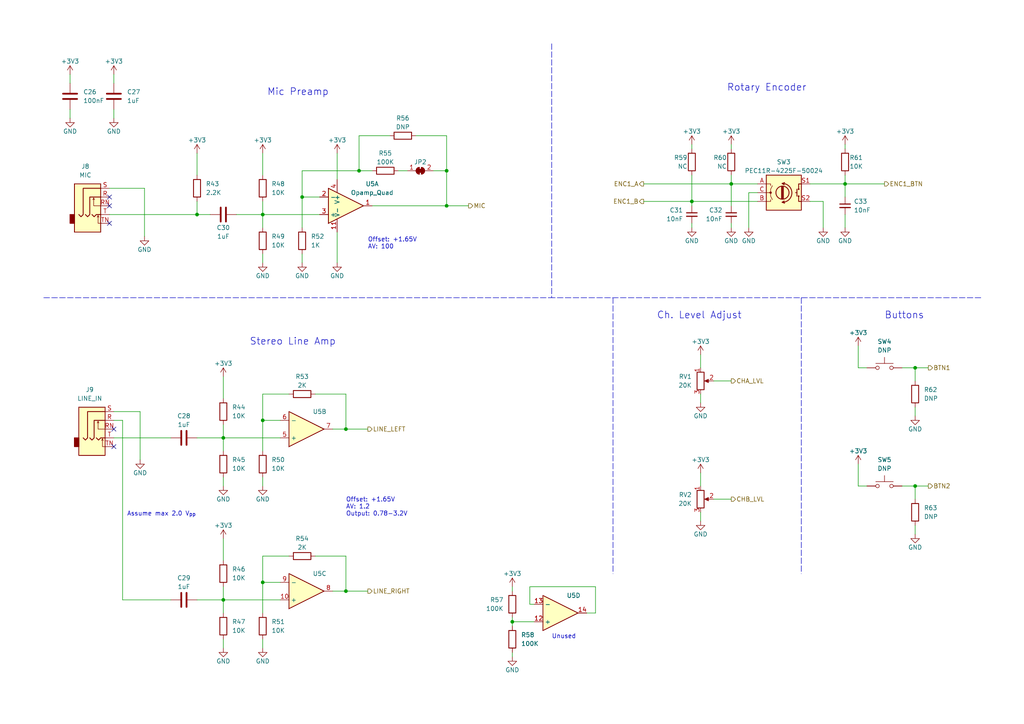
<source format=kicad_sch>
(kicad_sch (version 20211123) (generator eeschema)
  (paper "A4")
  (title_block (title "SW-3221: Front Panel Input") (date "2022-01-31") (rev "1"))
  (lib_symbols
    (symbol "Connector:AudioJack3_SwitchTR"
      (property "Reference" "J" (at 0 8.89 0))
      (property "Value" "AudioJack3_SwitchTR" (at 0 6.35 0))
      (symbol "AudioJack3_SwitchTR_0_1"
        (rectangle (start -5.08 -5.08) (end -6.35 -7.62) (stroke (width 0.254)) (fill (type outline)))
        (polyline (pts (xy 0.508 -0.254) (xy 0.762 -0.762)))
        (polyline (pts (xy 1.778 -5.334) (xy 2.032 -5.842)))
        (polyline (pts (xy 0 -5.08) (xy 0.635 -5.715) (xy 1.27 -5.08) (xy 2.54 -5.08)) (stroke (width 0.254)))
        (polyline (pts (xy 2.54 -7.62) (xy 1.778 -7.62) (xy 1.778 -5.334) (xy 1.524 -5.842)))
        (polyline (pts (xy 2.54 -2.54) (xy 0.508 -2.54) (xy 0.508 -0.254) (xy 0.254 -0.762)))
        (polyline (pts (xy -1.905 -5.08) (xy -1.27 -5.715) (xy -0.635 -5.08) (xy -0.635 0) (xy 2.54 0)) (stroke (width 0.254)))
        (polyline (pts (xy 2.54 2.54) (xy -2.54 2.54) (xy -2.54 -5.08) (xy -3.175 -5.715) (xy -3.81 -5.08)) (stroke (width 0.254)))
        (rectangle (start 2.54 3.81) (end -5.08 -10.16) (stroke (width 0.254)) (fill (type background)))
      )
      (symbol "AudioJack3_SwitchTR_1_1"
        (pin passive line (at 5.08 0 180) (length 2.54) (name "~") (number "R"))
        (pin passive line (at 5.08 -2.54 180) (length 2.54) (name "~") (number "RN"))
        (pin passive line (at 5.08 2.54 180) (length 2.54) (name "~") (number "S"))
        (pin passive line (at 5.08 -5.08 180) (length 2.54) (name "~") (number "T"))
        (pin passive line (at 5.08 -7.62 180) (length 2.54) (name "~") (number "TN"))
      )
    )
    (symbol "Device:C" (pin_numbers hide) (pin_names (offset 0.254))
      (property "Reference" "C" (at 0.635 2.54 0))
      (property "Value" "C" (at 0.635 -2.54 0))
      (symbol "C_0_1"
        (polyline (pts (xy -2.032 -0.762) (xy 2.032 -0.762)) (stroke (width 0.508)))
        (polyline (pts (xy -2.032 0.762) (xy 2.032 0.762)) (stroke (width 0.508)))
      )
      (symbol "C_1_1"
        (pin passive line (at 0 3.81 270) (length 2.794) (name "~") (number "1"))
        (pin passive line (at 0 -3.81 90) (length 2.794) (name "~") (number "2"))
      )
    )
    (symbol "Device:C_Small" (pin_numbers hide) (pin_names (offset 0.254) hide)
      (property "Reference" "C" (at 0.254 1.778 0))
      (property "Value" "C_Small" (at 0.254 -2.032 0))
      (symbol "C_Small_0_1"
        (polyline (pts (xy -1.524 -0.508) (xy 1.524 -0.508)) (stroke (width 0.3302)))
        (polyline (pts (xy -1.524 0.508) (xy 1.524 0.508)) (stroke (width 0.3048)))
      )
      (symbol "C_Small_1_1"
        (pin passive line (at 0 2.54 270) (length 2.032) (name "~") (number "1"))
        (pin passive line (at 0 -2.54 90) (length 2.032) (name "~") (number "2"))
      )
    )
    (symbol "Device:Opamp_Quad"
      (property "Reference" "U" (at 0 5.08 0))
      (property "Value" "Opamp_Quad" (at 0 -5.08 0))
      (symbol "Opamp_Quad_1_1"
        (polyline (pts (xy -5.08 5.08) (xy 5.08 0) (xy -5.08 -5.08) (xy -5.08 5.08)) (stroke (width 0.254)) (fill (type background)))
        (pin output line (at 7.62 0 180) (length 2.54) (name "~") (number "1"))
        (pin input line (at -7.62 -2.54 0) (length 2.54) (name "-") (number "2"))
        (pin input line (at -7.62 2.54 0) (length 2.54) (name "+") (number "3"))
      )
      (symbol "Opamp_Quad_2_1"
        (polyline (pts (xy -5.08 5.08) (xy 5.08 0) (xy -5.08 -5.08) (xy -5.08 5.08)) (stroke (width 0.254)) (fill (type background)))
        (pin input line (at -7.62 2.54 0) (length 2.54) (name "+") (number "5"))
        (pin input line (at -7.62 -2.54 0) (length 2.54) (name "-") (number "6"))
        (pin output line (at 7.62 0 180) (length 2.54) (name "~") (number "7"))
      )
      (symbol "Opamp_Quad_3_1"
        (polyline (pts (xy -5.08 5.08) (xy 5.08 0) (xy -5.08 -5.08) (xy -5.08 5.08)) (stroke (width 0.254)) (fill (type background)))
        (pin input line (at -7.62 2.54 0) (length 2.54) (name "+") (number "10"))
        (pin output line (at 7.62 0 180) (length 2.54) (name "~") (number "8"))
        (pin input line (at -7.62 -2.54 0) (length 2.54) (name "-") (number "9"))
      )
      (symbol "Opamp_Quad_4_1"
        (polyline (pts (xy -5.08 5.08) (xy 5.08 0) (xy -5.08 -5.08) (xy -5.08 5.08)) (stroke (width 0.254)) (fill (type background)))
        (pin input line (at -7.62 2.54 0) (length 2.54) (name "+") (number "12"))
        (pin input line (at -7.62 -2.54 0) (length 2.54) (name "-") (number "13"))
        (pin output line (at 7.62 0 180) (length 2.54) (name "~") (number "14"))
      )
      (symbol "Opamp_Quad_5_1"
        (pin power_in line (at -2.54 -7.62 90) (length 3.81) (name "V-") (number "11"))
        (pin power_in line (at -2.54 7.62 270) (length 3.81) (name "V+") (number "4"))
      )
    )
    (symbol "Device:R" (pin_numbers hide) (pin_names (offset 0))
      (property "Reference" "R" (at 2.032 0 90))
      (property "Value" "R" (at 0 0 90))
      (symbol "R_0_1"
        (rectangle (start -1.016 -2.54) (end 1.016 2.54) (stroke (width 0.254)))
      )
      (symbol "R_1_1"
        (pin passive line (at 0 3.81 270) (length 1.27) (name "~") (number "1"))
        (pin passive line (at 0 -3.81 90) (length 1.27) (name "~") (number "2"))
      )
    )
    (symbol "Device:R_Potentiometer" (pin_names (offset 1.016) hide)
      (property "Reference" "RV" (at -4.445 0 90))
      (property "Value" "R_Potentiometer" (at -2.54 0 90))
      (symbol "R_Potentiometer_0_1"
        (polyline (pts (xy 2.54 0) (xy 1.524 0)))
        (polyline (pts (xy 1.143 0) (xy 2.286 0.508) (xy 2.286 -0.508) (xy 1.143 0)) (fill (type outline)))
        (rectangle (start 1.016 2.54) (end -1.016 -2.54) (stroke (width 0.254)))
      )
      (symbol "R_Potentiometer_1_1"
        (pin passive line (at 0 3.81 270) (length 1.27) (name "1") (number "1"))
        (pin passive line (at 3.81 0 180) (length 1.27) (name "2") (number "2"))
        (pin passive line (at 0 -3.81 90) (length 1.27) (name "3") (number "3"))
      )
    )
    (symbol "Device:RotaryEncoder_Switch" (pin_names (offset 0.254) hide)
      (property "Reference" "SW" (at 0 6.604 0))
      (property "Value" "RotaryEncoder_Switch" (at 0 -6.604 0))
      (symbol "RotaryEncoder_Switch_0_1"
        (rectangle (start -5.08 5.08) (end 5.08 -5.08) (stroke (width 0.254)) (fill (type background)))
        (circle (center -3.81 0) (radius 0.254) (fill (type outline)))
        (arc (start -0.381 -2.794) (mid 2.3622 -0.0635) (end -0.381 2.667) (stroke (width 0.254)))
        (circle (center -0.381 0) (radius 1.905) (stroke (width 0.254)))
        (polyline (pts (xy -0.635 -1.778) (xy -0.635 1.778)) (stroke (width 0.254)))
        (polyline (pts (xy -0.381 -1.778) (xy -0.381 1.778)) (stroke (width 0.254)))
        (polyline (pts (xy -0.127 1.778) (xy -0.127 -1.778)) (stroke (width 0.254)))
        (polyline (pts (xy 3.81 0) (xy 3.429 0)) (stroke (width 0.254)))
        (polyline (pts (xy 3.81 1.016) (xy 3.81 -1.016)) (stroke (width 0.254)))
        (polyline (pts (xy -5.08 -2.54) (xy -3.81 -2.54) (xy -3.81 -2.032)))
        (polyline (pts (xy -5.08 2.54) (xy -3.81 2.54) (xy -3.81 2.032)))
        (polyline (pts (xy 0.254 -3.048) (xy -0.508 -2.794) (xy 0.127 -2.413)) (stroke (width 0.254)))
        (polyline (pts (xy 0.254 2.921) (xy -0.508 2.667) (xy 0.127 2.286)) (stroke (width 0.254)))
        (polyline (pts (xy 5.08 -2.54) (xy 4.318 -2.54) (xy 4.318 -1.016)) (stroke (width 0.254)))
        (polyline (pts (xy 5.08 2.54) (xy 4.318 2.54) (xy 4.318 1.016)) (stroke (width 0.254)))
        (polyline (pts (xy -5.08 0) (xy -3.81 0) (xy -3.81 -1.016) (xy -3.302 -2.032)))
        (polyline (pts (xy -4.318 0) (xy -3.81 0) (xy -3.81 1.016) (xy -3.302 2.032)))
        (circle (center 4.318 -1.016) (radius 0.127) (stroke (width 0.254)))
        (circle (center 4.318 1.016) (radius 0.127) (stroke (width 0.254)))
      )
      (symbol "RotaryEncoder_Switch_1_1"
        (pin passive line (at -7.62 2.54 0) (length 2.54) (name "A") (number "A"))
        (pin passive line (at -7.62 -2.54 0) (length 2.54) (name "B") (number "B"))
        (pin passive line (at -7.62 0 0) (length 2.54) (name "C") (number "C"))
        (pin passive line (at 7.62 2.54 180) (length 2.54) (name "S1") (number "S1"))
        (pin passive line (at 7.62 -2.54 180) (length 2.54) (name "S2") (number "S2"))
      )
    )
    (symbol "Jumper:SolderJumper_2_Bridged" (pin_names (offset 0) hide)
      (property "Reference" "JP" (at 0 2.032 0))
      (property "Value" "SolderJumper_2_Bridged" (at 0 -2.54 0))
      (symbol "SolderJumper_2_Bridged_0_1"
        (rectangle (start -0.508 0.508) (end 0.508 -0.508) (fill (type outline)))
        (arc (start -0.254 1.016) (mid -1.27 0) (end -0.254 -1.016))
        (arc (start -0.254 1.016) (mid -1.27 0) (end -0.254 -1.016) (fill (type outline)))
        (polyline (pts (xy -0.254 1.016) (xy -0.254 -1.016)))
        (polyline (pts (xy 0.254 1.016) (xy 0.254 -1.016)))
        (arc (start 0.254 -1.016) (mid 1.27 0) (end 0.254 1.016))
        (arc (start 0.254 -1.016) (mid 1.27 0) (end 0.254 1.016) (fill (type outline)))
      )
      (symbol "SolderJumper_2_Bridged_1_1"
        (pin passive line (at -3.81 0 0) (length 2.54) (name "A") (number "1"))
        (pin passive line (at 3.81 0 180) (length 2.54) (name "B") (number "2"))
      )
    )
    (symbol "Switch:SW_Push" (pin_numbers hide) (pin_names (offset 1.016) hide)
      (property "Reference" "SW" (at 1.27 2.54 0))
      (property "Value" "SW_Push" (at 0 -1.524 0))
      (symbol "SW_Push_0_1"
        (circle (center -2.032 0) (radius 0.508))
        (polyline (pts (xy 0 1.27) (xy 0 3.048)))
        (polyline (pts (xy 2.54 1.27) (xy -2.54 1.27)))
        (circle (center 2.032 0) (radius 0.508))
        (pin passive line (at -5.08 0 0) (length 2.54) (name "1") (number "1"))
        (pin passive line (at 5.08 0 180) (length 2.54) (name "2") (number "2"))
      )
    )
    (symbol "power:+3.3V" (power) (pin_names (offset 0))
      (property "Value" "+3.3V" (at 0 3.556 0))
      (symbol "+3.3V_0_1"
        (polyline (pts (xy -0.762 1.27) (xy 0 2.54)))
        (polyline (pts (xy 0 0) (xy 0 2.54)))
        (polyline (pts (xy 0 2.54) (xy 0.762 1.27)))
      )
      (symbol "+3.3V_1_1"
        (pin power_in line (at 0 0 90) (length 0) hide (name "+3V3") (number "1"))
      )
    )
    (symbol "power:GND" (power) (pin_names (offset 0))
      (property "Value" "GND" (at 0 -3.81 0))
      (symbol "GND_0_1"
        (polyline (pts (xy 0 0) (xy 0 -1.27) (xy 1.27 -1.27) (xy 0 -2.54) (xy -1.27 -1.27) (xy 0 -1.27)))
      )
      (symbol "GND_1_1"
        (pin power_in line (at 0 0 270) (length 0) hide (name "GND") (number "1"))
      )
    )
  )
  (junction (at 129.54 49.53))
  (junction (at 64.77 173.99))
  (junction (at 265.43 106.68))
  (junction (at 148.59 180.34))
  (junction (at 64.77 127))
  (junction (at 265.43 140.97))
  (junction (at 87.63 57.15))
  (junction (at 100.33 171.45))
  (junction (at 76.2 121.92))
  (junction (at 57.15 62.23))
  (junction (at 245.11 53.34))
  (junction (at 129.54 59.69))
  (junction (at 200.66 58.42))
  (junction (at 104.14 49.53))
  (junction (at 212.09 53.34))
  (junction (at 76.2 62.23))
  (junction (at 76.2 168.91))
  (junction (at 100.33 124.46))
  (no_connect (at 33.02 124.46))
  (no_connect (at 31.75 64.77))
  (no_connect (at 31.75 57.15))
  (no_connect (at 31.75 59.69))
  (no_connect (at 33.02 129.54))
  (wire (pts (xy 248.92 140.97) (xy 251.46 140.97)))
  (wire (pts (xy 76.2 168.91) (xy 81.28 168.91)))
  (wire (pts (xy 154.94 175.26) (xy 153.67 175.26)))
  (wire (pts (xy 203.2 148.59) (xy 203.2 151.13)))
  (wire (pts (xy 64.77 173.99) (xy 64.77 177.8)))
  (wire (pts (xy 207.01 144.78) (xy 212.09 144.78)))
  (polyline (pts (xy 284.48 86.36) (xy 160.02 86.36)))
  (wire (pts (xy 153.67 170.18) (xy 172.72 170.18)))
  (wire (pts (xy 265.43 106.68) (xy 265.43 110.49)))
  (wire (pts (xy 64.77 138.43) (xy 64.77 140.97)))
  (wire (pts (xy 148.59 180.34) (xy 148.59 181.61)))
  (wire (pts (xy 76.2 185.42) (xy 76.2 187.96)))
  (wire (pts (xy 265.43 118.11) (xy 265.43 120.65)))
  (wire (pts (xy 100.33 114.3) (xy 100.33 124.46)))
  (wire (pts (xy 203.2 137.16) (xy 203.2 140.97)))
  (wire (pts (xy 57.15 62.23) (xy 60.96 62.23)))
  (wire (pts (xy 248.92 100.33) (xy 248.92 106.68)))
  (wire (pts (xy 261.62 140.97) (xy 265.43 140.97)))
  (wire (pts (xy 33.02 127) (xy 49.53 127)))
  (wire (pts (xy 265.43 140.97) (xy 269.24 140.97)))
  (wire (pts (xy 148.59 189.23) (xy 148.59 190.5)))
  (wire (pts (xy 248.92 106.68) (xy 251.46 106.68)))
  (wire (pts (xy 91.44 114.3) (xy 100.33 114.3)))
  (wire (pts (xy 200.66 41.91) (xy 200.66 43.18)))
  (wire (pts (xy 100.33 161.29) (xy 100.33 171.45)))
  (wire (pts (xy 97.79 67.31) (xy 97.79 76.2)))
  (wire (pts (xy 87.63 49.53) (xy 87.63 57.15)))
  (wire (pts (xy 57.15 127) (xy 64.77 127)))
  (wire (pts (xy 57.15 58.42) (xy 57.15 62.23)))
  (wire (pts (xy 68.58 62.23) (xy 76.2 62.23)))
  (wire (pts (xy 33.02 21.59) (xy 33.02 24.13)))
  (wire (pts (xy 245.11 41.91) (xy 245.11 43.18)))
  (wire (pts (xy 96.52 124.46) (xy 100.33 124.46)))
  (wire (pts (xy 87.63 73.66) (xy 87.63 76.2)))
  (wire (pts (xy 96.52 171.45) (xy 100.33 171.45)))
  (wire (pts (xy 148.59 179.07) (xy 148.59 180.34)))
  (wire (pts (xy 76.2 161.29) (xy 83.82 161.29)))
  (wire (pts (xy 245.11 57.15) (xy 245.11 53.34)))
  (wire (pts (xy 20.32 31.75) (xy 20.32 34.29)))
  (wire (pts (xy 64.77 173.99) (xy 81.28 173.99)))
  (wire (pts (xy 64.77 170.18) (xy 64.77 173.99)))
  (wire (pts (xy 76.2 62.23) (xy 92.71 62.23)))
  (wire (pts (xy 64.77 109.22) (xy 64.77 115.57)))
  (wire (pts (xy 76.2 114.3) (xy 83.82 114.3)))
  (wire (pts (xy 87.63 49.53) (xy 104.14 49.53)))
  (wire (pts (xy 76.2 161.29) (xy 76.2 168.91)))
  (wire (pts (xy 20.32 21.59) (xy 20.32 24.13)))
  (wire (pts (xy 200.66 50.8) (xy 200.66 58.42)))
  (wire (pts (xy 238.76 66.04) (xy 238.76 58.42)))
  (wire (pts (xy 35.56 121.92) (xy 35.56 173.99)))
  (wire (pts (xy 76.2 121.92) (xy 76.2 130.81)))
  (wire (pts (xy 219.71 55.88) (xy 217.17 55.88)))
  (wire (pts (xy 172.72 170.18) (xy 172.72 177.8)))
  (wire (pts (xy 100.33 171.45) (xy 106.68 171.45)))
  (wire (pts (xy 148.59 170.18) (xy 148.59 171.45)))
  (polyline (pts (xy 177.8 86.36) (xy 177.8 166.37)))
  (polyline (pts (xy 12.7 86.36) (xy 160.02 86.36)))
  (polyline (pts (xy 232.41 86.36) (xy 232.41 166.37)))
  (wire (pts (xy 265.43 140.97) (xy 265.43 144.78)))
  (wire (pts (xy 76.2 62.23) (xy 76.2 66.04)))
  (wire (pts (xy 104.14 39.37) (xy 113.03 39.37)))
  (wire (pts (xy 87.63 57.15) (xy 92.71 57.15)))
  (wire (pts (xy 33.02 31.75) (xy 33.02 34.29)))
  (wire (pts (xy 200.66 64.77) (xy 200.66 66.04)))
  (wire (pts (xy 245.11 53.34) (xy 256.54 53.34)))
  (wire (pts (xy 129.54 39.37) (xy 129.54 49.53)))
  (wire (pts (xy 76.2 114.3) (xy 76.2 121.92)))
  (wire (pts (xy 107.95 59.69) (xy 129.54 59.69)))
  (wire (pts (xy 104.14 49.53) (xy 107.95 49.53)))
  (wire (pts (xy 104.14 39.37) (xy 104.14 49.53)))
  (wire (pts (xy 207.01 110.49) (xy 212.09 110.49)))
  (wire (pts (xy 40.64 119.38) (xy 40.64 133.35)))
  (wire (pts (xy 31.75 62.23) (xy 57.15 62.23)))
  (wire (pts (xy 76.2 168.91) (xy 76.2 177.8)))
  (wire (pts (xy 200.66 58.42) (xy 219.71 58.42)))
  (wire (pts (xy 212.09 50.8) (xy 212.09 53.34)))
  (wire (pts (xy 265.43 106.68) (xy 269.24 106.68)))
  (wire (pts (xy 129.54 49.53) (xy 129.54 59.69)))
  (wire (pts (xy 248.92 134.62) (xy 248.92 140.97)))
  (wire (pts (xy 31.75 54.61) (xy 41.91 54.61)))
  (wire (pts (xy 64.77 127) (xy 64.77 130.81)))
  (wire (pts (xy 49.53 173.99) (xy 35.56 173.99)))
  (wire (pts (xy 87.63 57.15) (xy 87.63 66.04)))
  (wire (pts (xy 245.11 62.23) (xy 245.11 66.04)))
  (wire (pts (xy 76.2 138.43) (xy 76.2 140.97)))
  (wire (pts (xy 76.2 58.42) (xy 76.2 62.23)))
  (wire (pts (xy 64.77 123.19) (xy 64.77 127)))
  (wire (pts (xy 41.91 54.61) (xy 41.91 68.58)))
  (wire (pts (xy 91.44 161.29) (xy 100.33 161.29)))
  (wire (pts (xy 76.2 73.66) (xy 76.2 76.2)))
  (wire (pts (xy 172.72 177.8) (xy 170.18 177.8)))
  (wire (pts (xy 148.59 180.34) (xy 154.94 180.34)))
  (wire (pts (xy 261.62 106.68) (xy 265.43 106.68)))
  (wire (pts (xy 115.57 49.53) (xy 118.11 49.53)))
  (polyline (pts (xy 160.02 12.7) (xy 160.02 86.36)))
  (wire (pts (xy 129.54 59.69) (xy 135.89 59.69)))
  (wire (pts (xy 33.02 121.92) (xy 35.56 121.92)))
  (wire (pts (xy 153.67 175.26) (xy 153.67 170.18)))
  (wire (pts (xy 97.79 44.45) (xy 97.79 52.07)))
  (wire (pts (xy 200.66 58.42) (xy 200.66 59.69)))
  (wire (pts (xy 245.11 50.8) (xy 245.11 53.34)))
  (polyline (pts (xy 160.02 86.36) (xy 160.02 86.36)))
  (wire (pts (xy 212.09 41.91) (xy 212.09 43.18)))
  (wire (pts (xy 57.15 173.99) (xy 64.77 173.99)))
  (wire (pts (xy 64.77 156.21) (xy 64.77 162.56)))
  (wire (pts (xy 186.69 58.42) (xy 200.66 58.42)))
  (wire (pts (xy 33.02 119.38) (xy 40.64 119.38)))
  (wire (pts (xy 64.77 185.42) (xy 64.77 187.96)))
  (wire (pts (xy 57.15 44.45) (xy 57.15 50.8)))
  (wire (pts (xy 265.43 152.4) (xy 265.43 154.94)))
  (wire (pts (xy 234.95 53.34) (xy 245.11 53.34)))
  (wire (pts (xy 212.09 59.69) (xy 212.09 53.34)))
  (wire (pts (xy 125.73 49.53) (xy 129.54 49.53)))
  (wire (pts (xy 203.2 114.3) (xy 203.2 116.84)))
  (wire (pts (xy 76.2 44.45) (xy 76.2 50.8)))
  (wire (pts (xy 186.69 53.34) (xy 212.09 53.34)))
  (wire (pts (xy 212.09 53.34) (xy 219.71 53.34)))
  (wire (pts (xy 120.65 39.37) (xy 129.54 39.37)))
  (wire (pts (xy 76.2 121.92) (xy 81.28 121.92)))
  (wire (pts (xy 203.2 102.87) (xy 203.2 106.68)))
  (wire (pts (xy 100.33 124.46) (xy 106.68 124.46)))
  (wire (pts (xy 64.77 127) (xy 81.28 127)))
  (wire (pts (xy 217.17 55.88) (xy 217.17 66.04)))
  (wire (pts (xy 238.76 58.42) (xy 234.95 58.42)))
  (wire (pts (xy 212.09 64.77) (xy 212.09 66.04)))
  (text "Rotary Encoder" (at 210.82 26.67 0) (effects (font (size 2 2)) (justify left bottom)))
  (text "Unused" (at 160.02 185.42 0) (effects (font (size 1.27 1.27)) (justify left bottom)))
  (text "Ch. Level Adjust" (at 190.5 92.71 0) (effects (font (size 2 2)) (justify left bottom)))
  (text "Buttons" (at 256.54 92.71 0) (effects (font (size 2 2)) (justify left bottom)))
  (text "Offset: +1.65V\nAV: 100" (at 106.68 72.39 0) (effects (font (size 1.27 1.27)) (justify left bottom)))
  (text "Mic Preamp" (at 77.47 27.94 0) (effects (font (size 2 2)) (justify left bottom)))
  (text "Stereo Line Amp" (at 72.39 100.33 0) (effects (font (size 2 2)) (justify left bottom)))
  (text "Offset: +1.65V\nAV: 1.2\nOutput: 0.78-3.2V" (at 100.33 149.86 0) (effects (font (size 1.27 1.27)) (justify left bottom)))
  (text "Assume max 2.0 V_{pp}" (at 36.83 149.86 0) (effects (font (size 1.27 1.27)) (justify left bottom)))
  (hierarchical_label "CHB_LVL" (shape output) (at 212.09 144.78 0))
  (hierarchical_label "BTN2" (shape output) (at 269.24 140.97 0))
  (hierarchical_label "LINE_RIGHT" (shape output) (at 106.68 171.45 0))
  (hierarchical_label "ENC1_B" (shape output) (at 186.69 58.42 180))
  (hierarchical_label "LINE_LEFT" (shape output) (at 106.68 124.46 0))
  (hierarchical_label "BTN1" (shape output) (at 269.24 106.68 0))
  (hierarchical_label "CHA_LVL" (shape output) (at 212.09 110.49 0))
  (hierarchical_label "ENC1_A" (shape output) (at 186.69 53.34 180))
  (hierarchical_label "MIC" (shape output) (at 135.89 59.69 0))
  (hierarchical_label "ENC1_BTN" (shape output) (at 256.54 53.34 0))
  (symbol (lib_id "Device:R_Potentiometer") (at 203.2 144.78 0) (unit 1)
    (property "Reference" "RV2" (at 200.66 143.5099 0) (effects (justify right)))
    (property "Value" "20K" (at 200.66 146.0499 0) (effects (justify right)))
  )
  (symbol (lib_id "Connector:AudioJack3_SwitchTR") (at 26.67 57.15 0) (unit 1)
    (property "Reference" "J8" (at 24.765 48.26 0))
    (property "Value" "MIC" (at 24.765 50.8 0))
    (property "Footprint" "SW:STX-3100-5N" (effects hide))
  )
  (symbol (lib_id "Device:R") (at 64.77 119.38 0) (unit 1)
    (property "Reference" "R44" (at 67.31 118.1099 0) (effects (justify left)))
    (property "Value" "10K" (at 67.31 120.6499 0) (effects (justify left)))
    (property "Footprint" "Resistor_SMD:R_0603_1608Metric" (effects hide))
  )
  (symbol (lib_id "power:GND") (at 97.79 76.2 0) (unit 1)
    (property "Reference" "#PWR074" (effects hide))
    (property "Value" "GND" (at 97.79 80.01 0))
  )
  (symbol (lib_id "power:GND") (at 76.2 76.2 0) (unit 1)
    (property "Reference" "#PWR069" (effects hide))
    (property "Value" "GND" (at 76.2 80.01 0))
  )
  (symbol (lib_id "Device:R") (at 245.11 46.99 0) (mirror y) (unit 1)
    (property "Reference" "R61" (at 246.38 45.72 0) (effects (justify right)))
    (property "Value" "10K" (at 246.38 48.26 0) (effects (justify right)))
    (property "Footprint" "Resistor_SMD:R_0603_1608Metric" (effects hide))
  )
  (symbol (lib_id "Device:R") (at 76.2 134.62 0) (unit 1)
    (property "Reference" "R50" (at 78.74 133.3499 0) (effects (justify left)))
    (property "Value" "10K" (at 78.74 135.8899 0) (effects (justify left)))
    (property "Footprint" "Resistor_SMD:R_0603_1608Metric" (effects hide))
  )
  (symbol (lib_id "power:GND") (at 41.91 68.58 0) (unit 1)
    (property "Reference" "#PWR062" (effects hide))
    (property "Value" "GND" (at 41.91 72.39 0))
  )
  (symbol (lib_id "power:GND") (at 148.59 190.5 0) (unit 1)
    (property "Reference" "#PWR076" (effects hide))
    (property "Value" "GND" (at 148.59 194.31 0))
  )
  (symbol (lib_id "Device:C") (at 33.02 27.94 180) (unit 1)
    (property "Reference" "C27" (at 36.83 26.6699 0) (effects (justify right)))
    (property "Value" "1uF" (at 36.83 29.2099 0) (effects (justify right)))
    (property "Footprint" "Capacitor_SMD:C_0603_1608Metric" (effects hide))
  )
  (symbol (lib_id "Device:R_Potentiometer") (at 203.2 110.49 0) (unit 1)
    (property "Reference" "RV1" (at 200.66 109.2199 0) (effects (justify right)))
    (property "Value" "20K" (at 200.66 111.7599 0) (effects (justify right)))
  )
  (symbol (lib_id "power:+3.3V") (at 245.11 41.91 0) (unit 1)
    (property "Reference" "#PWR087" (effects hide))
    (property "Value" "+3.3V" (at 245.11 38.1 0))
  )
  (symbol (lib_id "power:GND") (at 33.02 34.29 0) (unit 1)
    (property "Reference" "#PWR060" (effects hide))
    (property "Value" "GND" (at 33.02 38.1 0))
  )
  (symbol (lib_id "Device:R") (at 148.59 185.42 0) (unit 1)
    (property "Reference" "R58" (at 151.13 184.1499 0) (effects (justify left)))
    (property "Value" "100K" (at 151.13 186.6899 0) (effects (justify left)))
    (property "Footprint" "Resistor_SMD:R_0603_1608Metric" (effects hide))
  )
  (symbol (lib_id "Device:R") (at 57.15 54.61 0) (unit 1)
    (property "Reference" "R43" (at 59.69 53.3399 0) (effects (justify left)))
    (property "Value" "2.2K" (at 59.69 55.8799 0) (effects (justify left)))
    (property "Footprint" "Resistor_SMD:R_0603_1608Metric" (effects hide))
  )
  (symbol (lib_id "power:GND") (at 238.76 66.04 0) (unit 1)
    (property "Reference" "#PWR086" (effects hide))
    (property "Value" "GND" (at 238.76 69.85 0))
  )
  (symbol (lib_id "power:GND") (at 212.09 66.04 0) (unit 1)
    (property "Reference" "#PWR084" (effects hide))
    (property "Value" "GND" (at 212.09 69.85 0))
  )
  (symbol (lib_id "Device:R") (at 76.2 69.85 0) (unit 1)
    (property "Reference" "R49" (at 78.74 68.5799 0) (effects (justify left)))
    (property "Value" "10K" (at 78.74 71.1199 0) (effects (justify left)))
    (property "Footprint" "Resistor_SMD:R_0603_1608Metric" (effects hide))
  )
  (symbol (lib_id "power:+3.3V") (at 203.2 137.16 0) (unit 1)
    (property "Reference" "#PWR081" (effects hide))
    (property "Value" "+3.3V" (at 203.2 133.35 0))
  )
  (symbol (lib_id "Device:Opamp_Quad") (at 100.33 59.69 0) (unit 5)
    (property "Reference" "U5" (effects hide))
    (property "Value" "Opamp_Quad" (effects hide))
  )
  (symbol (lib_id "power:+3.3V") (at 64.77 109.22 0) (unit 1)
    (property "Reference" "#PWR064" (effects hide))
    (property "Value" "+3.3V" (at 64.77 105.41 0))
  )
  (symbol (lib_id "power:GND") (at 203.2 151.13 0) (unit 1)
    (property "Reference" "#PWR082" (effects hide))
    (property "Value" "GND" (at 203.2 154.94 0))
  )
  (symbol (lib_id "power:GND") (at 40.64 133.35 0) (unit 1)
    (property "Reference" "#PWR061" (effects hide))
    (property "Value" "GND" (at 40.64 137.16 0))
  )
  (symbol (lib_id "power:GND") (at 76.2 140.97 0) (unit 1)
    (property "Reference" "#PWR070" (effects hide))
    (property "Value" "GND" (at 76.2 144.78 0))
  )
  (symbol (lib_id "Device:R") (at 265.43 148.59 0) (unit 1)
    (property "Reference" "R63" (at 267.97 147.3199 0) (effects (justify left)))
    (property "Value" "DNP" (at 267.97 149.8599 0) (effects (justify left)))
    (property "Footprint" "Resistor_SMD:R_0603_1608Metric" (effects hide))
  )
  (symbol (lib_id "Device:C_Small") (at 212.09 62.23 0) (mirror y) (unit 1)
    (property "Reference" "C32" (at 209.55 60.9662 0) (effects (justify left)))
    (property "Value" "10nF" (at 209.55 63.5062 0) (effects (justify left)))
    (property "Footprint" "Capacitor_SMD:C_0603_1608Metric" (effects hide))
  )
  (symbol (lib_id "Jumper:SolderJumper_2_Bridged") (at 121.92 49.53 0) (unit 1)
    (property "Reference" "JP2" (at 121.92 46.99 0))
    (property "Value" "SolderJumper_2_Bridged" (effects hide))
  )
  (symbol (lib_id "power:GND") (at 265.43 120.65 0) (unit 1)
    (property "Reference" "#PWR091" (effects hide))
    (property "Value" "GND" (at 265.43 124.46 0))
  )
  (symbol (lib_id "Device:R") (at 116.84 39.37 90) (unit 1)
    (property "Reference" "R56" (at 116.84 34.29 90))
    (property "Value" "DNP" (at 116.84 36.83 90))
    (property "Footprint" "Resistor_THT:R_Axial_DIN0204_L3.6mm_D1.6mm_P5.08mm_Horizontal" (effects hide))
  )
  (symbol (lib_id "power:+3.3V") (at 20.32 21.59 0) (unit 1)
    (property "Reference" "#PWR057" (effects hide))
    (property "Value" "+3.3V" (at 20.32 17.78 0))
  )
  (symbol (lib_id "Device:R") (at 265.43 114.3 0) (unit 1)
    (property "Reference" "R62" (at 267.97 113.0299 0) (effects (justify left)))
    (property "Value" "DNP" (at 267.97 115.5699 0) (effects (justify left)))
    (property "Footprint" "Resistor_SMD:R_0603_1608Metric" (effects hide))
  )
  (symbol (lib_id "power:GND") (at 76.2 187.96 0) (unit 1)
    (property "Reference" "#PWR071" (effects hide))
    (property "Value" "GND" (at 76.2 191.77 0))
  )
  (symbol (lib_id "power:GND") (at 265.43 154.94 0) (unit 1)
    (property "Reference" "#PWR092" (effects hide))
    (property "Value" "GND" (at 265.43 158.75 0))
  )
  (symbol (lib_id "power:+3.3V") (at 200.66 41.91 0) (unit 1)
    (property "Reference" "#PWR077" (effects hide))
    (property "Value" "+3.3V" (at 200.66 38.1 0))
  )
  (symbol (lib_id "Device:Opamp_Quad") (at 88.9 171.45 0) (mirror x) (unit 3)
    (property "Reference" "U5" (at 92.71 166.37 0))
    (property "Value" "Opamp_Quad" (effects hide))
  )
  (symbol (lib_id "Switch:SW_Push") (at 256.54 140.97 0) (unit 1)
    (property "Reference" "SW5" (at 256.54 133.35 0))
    (property "Value" "DNP" (at 256.54 135.89 0))
  )
  (symbol (lib_id "Device:C") (at 64.77 62.23 90) (unit 1)
    (property "Reference" "C30" (at 64.77 66.04 90))
    (property "Value" "1uF" (at 64.77 68.58 90))
    (property "Footprint" "Capacitor_SMD:C_0603_1608Metric" (effects hide))
  )
  (symbol (lib_id "power:+3.3V") (at 148.59 170.18 0) (unit 1)
    (property "Reference" "#PWR075" (effects hide))
    (property "Value" "+3.3V" (at 148.59 166.37 0))
  )
  (symbol (lib_id "power:+3.3V") (at 76.2 44.45 0) (unit 1)
    (property "Reference" "#PWR068" (effects hide))
    (property "Value" "+3.3V" (at 76.2 40.64 0))
  )
  (symbol (lib_id "power:+3.3V") (at 33.02 21.59 0) (unit 1)
    (property "Reference" "#PWR059" (effects hide))
    (property "Value" "+3.3V" (at 33.02 17.78 0))
  )
  (symbol (lib_id "Device:C_Small") (at 245.11 59.69 0) (mirror y) (unit 1)
    (property "Reference" "C33" (at 247.65 58.4262 0) (effects (justify right)))
    (property "Value" "10nF" (at 247.65 60.9662 0) (effects (justify right)))
    (property "Footprint" "Capacitor_SMD:C_0603_1608Metric" (effects hide))
  )
  (symbol (lib_id "Device:R") (at 111.76 49.53 90) (unit 1)
    (property "Reference" "R55" (at 111.76 44.45 90))
    (property "Value" "100K" (at 111.76 46.99 90))
    (property "Footprint" "Resistor_SMD:R_0603_1608Metric" (effects hide))
  )
  (symbol (lib_id "Device:Opamp_Quad") (at 88.9 124.46 0) (mirror x) (unit 2)
    (property "Reference" "U5" (at 92.71 119.38 0))
    (property "Value" "Opamp_Quad" (effects hide))
  )
  (symbol (lib_id "power:+3.3V") (at 212.09 41.91 0) (unit 1)
    (property "Reference" "#PWR083" (effects hide))
    (property "Value" "+3.3V" (at 212.09 38.1 0))
  )
  (symbol (lib_id "Device:Opamp_Quad") (at 100.33 59.69 0) (mirror x) (unit 1)
    (property "Reference" "U5" (at 107.95 53.34 0))
    (property "Value" "Opamp_Quad" (at 107.95 55.88 0))
  )
  (symbol (lib_id "power:+3.3V") (at 57.15 44.45 0) (unit 1)
    (property "Reference" "#PWR063" (effects hide))
    (property "Value" "+3.3V" (at 57.15 40.64 0))
  )
  (symbol (lib_id "Device:R") (at 64.77 166.37 0) (unit 1)
    (property "Reference" "R46" (at 67.31 165.0999 0) (effects (justify left)))
    (property "Value" "10K" (at 67.31 167.6399 0) (effects (justify left)))
    (property "Footprint" "Resistor_SMD:R_0603_1608Metric" (effects hide))
  )
  (symbol (lib_id "Connector:AudioJack3_SwitchTR") (at 27.94 121.92 0) (unit 1)
    (property "Reference" "J9" (at 26.035 113.03 0))
    (property "Value" "LINE_IN" (at 26.035 115.57 0))
    (property "Footprint" "SW:STX-3100-5N" (effects hide))
  )
  (symbol (lib_id "Device:R") (at 87.63 114.3 90) (unit 1)
    (property "Reference" "R53" (at 87.63 109.22 90))
    (property "Value" "2K" (at 87.63 111.76 90))
    (property "Footprint" "Resistor_SMD:R_0603_1608Metric" (effects hide))
  )
  (symbol (lib_id "power:+3.3V") (at 97.79 44.45 0) (unit 1)
    (property "Reference" "#PWR073" (effects hide))
    (property "Value" "+3.3V" (at 97.79 40.64 0))
  )
  (symbol (lib_id "power:GND") (at 203.2 116.84 0) (unit 1)
    (property "Reference" "#PWR080" (effects hide))
    (property "Value" "GND" (at 203.2 120.65 0))
  )
  (symbol (lib_id "power:+3.3V") (at 203.2 102.87 0) (unit 1)
    (property "Reference" "#PWR079" (effects hide))
    (property "Value" "+3.3V" (at 203.2 99.06 0))
  )
  (symbol (lib_id "power:+3.3V") (at 248.92 134.62 0) (unit 1)
    (property "Reference" "#PWR090" (effects hide))
    (property "Value" "+3.3V" (at 248.92 130.81 0))
  )
  (symbol (lib_id "Device:C") (at 53.34 127 90) (unit 1)
    (property "Reference" "C28" (at 53.34 120.65 90))
    (property "Value" "1uF" (at 53.34 123.19 90))
    (property "Footprint" "Capacitor_SMD:C_0603_1608Metric" (effects hide))
  )
  (symbol (lib_id "Device:R") (at 148.59 175.26 0) (unit 1)
    (property "Reference" "R57" (at 146.05 173.9899 0) (effects (justify right)))
    (property "Value" "100K" (at 146.05 176.5299 0) (effects (justify right)))
    (property "Footprint" "Resistor_SMD:R_0603_1608Metric" (effects hide))
  )
  (symbol (lib_id "Device:R") (at 64.77 134.62 0) (unit 1)
    (property "Reference" "R45" (at 67.31 133.3499 0) (effects (justify left)))
    (property "Value" "10K" (at 67.31 135.8899 0) (effects (justify left)))
    (property "Footprint" "Resistor_SMD:R_0603_1608Metric" (effects hide))
  )
  (symbol (lib_id "Device:R") (at 87.63 69.85 0) (unit 1)
    (property "Reference" "R52" (at 90.17 68.5799 0) (effects (justify left)))
    (property "Value" "1K" (at 90.17 71.1199 0) (effects (justify left)))
    (property "Footprint" "Resistor_SMD:R_0603_1608Metric" (effects hide))
  )
  (symbol (lib_id "Device:R") (at 76.2 181.61 0) (unit 1)
    (property "Reference" "R51" (at 78.74 180.3399 0) (effects (justify left)))
    (property "Value" "10K" (at 78.74 182.8799 0) (effects (justify left)))
    (property "Footprint" "Resistor_SMD:R_0603_1608Metric" (effects hide))
  )
  (symbol (lib_id "Device:R") (at 64.77 181.61 0) (unit 1)
    (property "Reference" "R47" (at 67.31 180.3399 0) (effects (justify left)))
    (property "Value" "10K" (at 67.31 182.8799 0) (effects (justify left)))
    (property "Footprint" "Resistor_SMD:R_0603_1608Metric" (effects hide))
  )
  (symbol (lib_id "power:+3.3V") (at 248.92 100.33 0) (unit 1)
    (property "Reference" "#PWR089" (effects hide))
    (property "Value" "+3.3V" (at 248.92 96.52 0))
  )
  (symbol (lib_id "Device:R") (at 87.63 161.29 90) (unit 1)
    (property "Reference" "R54" (at 87.63 156.21 90))
    (property "Value" "2K" (at 87.63 158.75 90))
    (property "Footprint" "Resistor_SMD:R_0603_1608Metric" (effects hide))
  )
  (symbol (lib_id "Device:R") (at 212.09 46.99 0) (mirror y) (unit 1) (in_bom no)
    (property "Reference" "R60" (at 210.82 45.72 0) (effects (justify left)))
    (property "Value" "NC" (at 210.82 48.26 0) (effects (justify left)))
    (property "Footprint" "Resistor_SMD:R_0603_1608Metric" (effects hide))
  )
  (symbol (lib_id "power:GND") (at 64.77 187.96 0) (unit 1)
    (property "Reference" "#PWR067" (effects hide))
    (property "Value" "GND" (at 64.77 191.77 0))
  )
  (symbol (lib_id "power:GND") (at 64.77 140.97 0) (unit 1)
    (property "Reference" "#PWR065" (effects hide))
    (property "Value" "GND" (at 64.77 144.78 0))
  )
  (symbol (lib_id "Device:C") (at 53.34 173.99 90) (unit 1)
    (property "Reference" "C29" (at 53.34 167.64 90))
    (property "Value" "1uF" (at 53.34 170.18 90))
    (property "Footprint" "Capacitor_SMD:C_0603_1608Metric" (effects hide))
  )
  (symbol (lib_id "power:GND") (at 200.66 66.04 0) (unit 1)
    (property "Reference" "#PWR078" (effects hide))
    (property "Value" "GND" (at 200.66 69.85 0))
  )
  (symbol (lib_id "power:GND") (at 217.17 66.04 0) (unit 1)
    (property "Reference" "#PWR085" (effects hide))
    (property "Value" "GND" (at 217.17 69.85 0))
  )
  (symbol (lib_id "Device:RotaryEncoder_Switch") (at 227.33 55.88 0) (unit 1)
    (property "Reference" "SW3" (at 227.33 46.99 0))
    (property "Value" "PEC11R-4225F-50024" (at 227.33 49.53 0))
    (property "Footprint" "SW:Rotary_Encoder_Switched_PEC11R" (effects hide))
    (property "MPN" "PEC11R-4215F-S0024" (effects hide))
  )
  (symbol (lib_id "power:+3.3V") (at 64.77 156.21 0) (unit 1)
    (property "Reference" "#PWR066" (effects hide))
    (property "Value" "+3.3V" (at 64.77 152.4 0))
  )
  (symbol (lib_id "Switch:SW_Push") (at 256.54 106.68 0) (unit 1)
    (property "Reference" "SW4" (at 256.54 99.06 0))
    (property "Value" "DNP" (at 256.54 101.6 0))
  )
  (symbol (lib_id "Device:C_Small") (at 200.66 62.23 0) (mirror y) (unit 1)
    (property "Reference" "C31" (at 198.12 60.9662 0) (effects (justify left)))
    (property "Value" "10nF" (at 198.12 63.5062 0) (effects (justify left)))
    (property "Footprint" "Capacitor_SMD:C_0603_1608Metric" (effects hide))
  )
  (symbol (lib_id "Device:C") (at 20.32 27.94 180) (unit 1)
    (property "Reference" "C26" (at 24.13 26.6699 0) (effects (justify right)))
    (property "Value" "100nF" (at 24.13 29.2099 0) (effects (justify right)))
    (property "Footprint" "Capacitor_SMD:C_0603_1608Metric" (effects hide))
  )
  (symbol (lib_id "power:GND") (at 245.11 66.04 0) (unit 1)
    (property "Reference" "#PWR088" (effects hide))
    (property "Value" "GND" (at 245.11 69.85 0))
  )
  (symbol (lib_id "power:GND") (at 20.32 34.29 0) (unit 1)
    (property "Reference" "#PWR058" (effects hide))
    (property "Value" "GND" (at 20.32 38.1 0))
  )
  (symbol (lib_id "Device:R") (at 200.66 46.99 0) (mirror y) (unit 1) (in_bom no)
    (property "Reference" "R59" (at 199.39 45.72 0) (effects (justify left)))
    (property "Value" "NC" (at 199.39 48.26 0) (effects (justify left)))
    (property "Footprint" "Resistor_SMD:R_0603_1608Metric" (effects hide))
  )
  (symbol (lib_id "Device:Opamp_Quad") (at 162.56 177.8 0) (mirror x) (unit 4)
    (property "Reference" "U5" (at 166.37 172.72 0))
    (property "Value" "Opamp_Quad" (effects hide))
  )
  (symbol (lib_id "power:GND") (at 87.63 76.2 0) (unit 1)
    (property "Reference" "#PWR072" (effects hide))
    (property "Value" "GND" (at 87.63 80.01 0))
  )
  (symbol (lib_id "Device:R") (at 76.2 54.61 0) (unit 1)
    (property "Reference" "R48" (at 78.74 53.3399 0) (effects (justify left)))
    (property "Value" "10K" (at 78.74 55.8799 0) (effects (justify left)))
    (property "Footprint" "Resistor_SMD:R_0603_1608Metric" (effects hide))
  )
)
</source>
